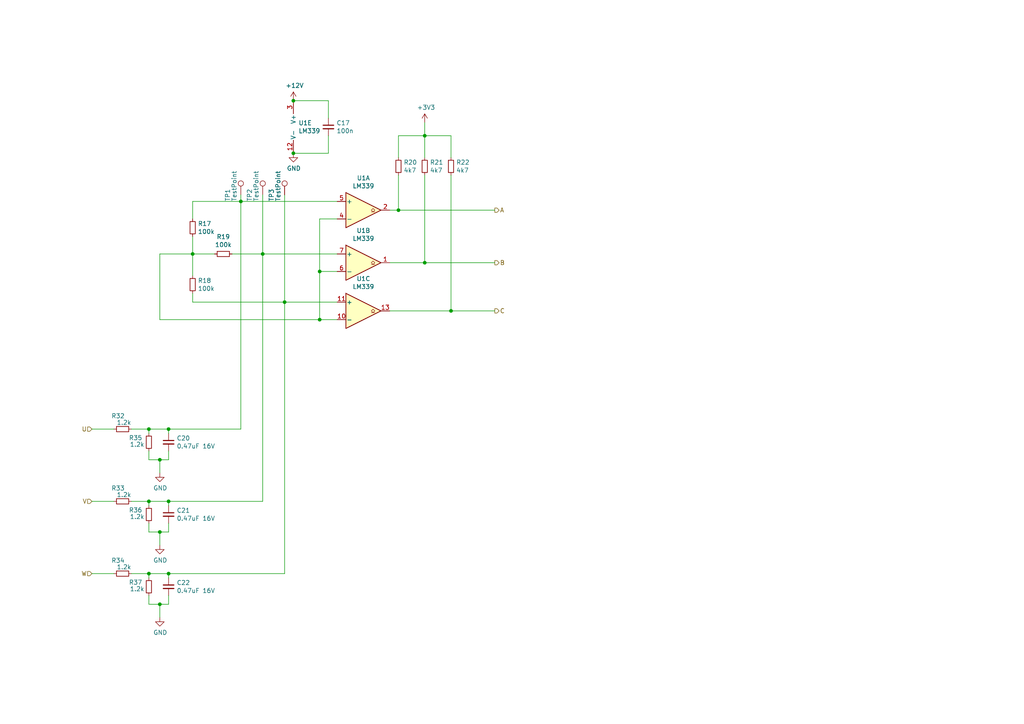
<source format=kicad_sch>
(kicad_sch (version 20211123) (generator eeschema)
  (paper "A4")
  (lib_symbols
    (symbol "Comparator:LM339" (pin_names (offset 0.127))
      (property "Reference" "U" (at 0 5.08 0))
      (property "Value" "LM339" (at 0 -5.08 0))
      (symbol "LM339_1_1"
        (polyline (pts (xy -5.08 5.08) (xy 5.08 0) (xy -5.08 -5.08) (xy -5.08 5.08)) (stroke (width 0.254)) (fill (type background)))
        (polyline (pts (xy 3.302 -0.508) (xy 2.794 -0.508) (xy 3.302 0) (xy 2.794 0.508) (xy 2.286 0) (xy 2.794 -0.508) (xy 2.286 -0.508)) (stroke (width 0.127)))
        (pin open_collector line (at 7.62 0 180) (length 2.54) (name "~") (number "2"))
        (pin input line (at -7.62 -2.54 0) (length 2.54) (name "-") (number "4"))
        (pin input line (at -7.62 2.54 0) (length 2.54) (name "+") (number "5"))
      )
      (symbol "LM339_2_1"
        (polyline (pts (xy -5.08 5.08) (xy 5.08 0) (xy -5.08 -5.08) (xy -5.08 5.08)) (stroke (width 0.254)) (fill (type background)))
        (polyline (pts (xy 3.302 -0.508) (xy 2.794 -0.508) (xy 3.302 0) (xy 2.794 0.508) (xy 2.286 0) (xy 2.794 -0.508) (xy 2.286 -0.508)) (stroke (width 0.127)))
        (pin open_collector line (at 7.62 0 180) (length 2.54) (name "~") (number "1"))
        (pin input line (at -7.62 -2.54 0) (length 2.54) (name "-") (number "6"))
        (pin input line (at -7.62 2.54 0) (length 2.54) (name "+") (number "7"))
      )
      (symbol "LM339_3_1"
        (polyline (pts (xy -5.08 5.08) (xy 5.08 0) (xy -5.08 -5.08) (xy -5.08 5.08)) (stroke (width 0.254)) (fill (type background)))
        (polyline (pts (xy 3.302 -0.508) (xy 2.794 -0.508) (xy 3.302 0) (xy 2.794 0.508) (xy 2.286 0) (xy 2.794 -0.508) (xy 2.286 -0.508)) (stroke (width 0.127)))
        (pin input line (at -7.62 -2.54 0) (length 2.54) (name "-") (number "10"))
        (pin input line (at -7.62 2.54 0) (length 2.54) (name "+") (number "11"))
        (pin open_collector line (at 7.62 0 180) (length 2.54) (name "~") (number "13"))
      )
      (symbol "LM339_4_1"
        (polyline (pts (xy -5.08 5.08) (xy 5.08 0) (xy -5.08 -5.08) (xy -5.08 5.08)) (stroke (width 0.254)) (fill (type background)))
        (polyline (pts (xy 3.302 -0.508) (xy 2.794 -0.508) (xy 3.302 0) (xy 2.794 0.508) (xy 2.286 0) (xy 2.794 -0.508) (xy 2.286 -0.508)) (stroke (width 0.127)))
        (pin open_collector line (at 7.62 0 180) (length 2.54) (name "~") (number "14"))
        (pin input line (at -7.62 -2.54 0) (length 2.54) (name "-") (number "8"))
        (pin input line (at -7.62 2.54 0) (length 2.54) (name "+") (number "9"))
      )
      (symbol "LM339_5_1"
        (pin power_in line (at -2.54 -7.62 90) (length 3.81) (name "V-") (number "12"))
        (pin power_in line (at -2.54 7.62 270) (length 3.81) (name "V+") (number "3"))
      )
    )
    (symbol "Connector:TestPoint" (pin_numbers hide) (pin_names (offset 0.762) hide)
      (property "Reference" "TP" (at 0 6.858 0))
      (property "Value" "TestPoint" (at 0 5.08 0))
      (symbol "TestPoint_0_1"
        (circle (center 0 3.302) (radius 0.762))
      )
      (symbol "TestPoint_1_1"
        (pin passive line (at 0 0 90) (length 2.54) (name "1") (number "1"))
      )
    )
    (symbol "Device:C_Small" (pin_numbers hide) (pin_names (offset 0.254) hide)
      (property "Reference" "C" (at 0.254 1.778 0))
      (property "Value" "C_Small" (at 0.254 -2.032 0))
      (symbol "C_Small_0_1"
        (polyline (pts (xy -1.524 -0.508) (xy 1.524 -0.508)) (stroke (width 0.3302)))
        (polyline (pts (xy -1.524 0.508) (xy 1.524 0.508)) (stroke (width 0.3048)))
      )
      (symbol "C_Small_1_1"
        (pin passive line (at 0 2.54 270) (length 2.032) (name "~") (number "1"))
        (pin passive line (at 0 -2.54 90) (length 2.032) (name "~") (number "2"))
      )
    )
    (symbol "Device:R_Small" (pin_numbers hide) (pin_names (offset 0.254) hide)
      (property "Reference" "R" (at 0.762 0.508 0))
      (property "Value" "R_Small" (at 0.762 -1.016 0))
      (symbol "R_Small_0_1"
        (rectangle (start -0.762 1.778) (end 0.762 -1.778) (stroke (width 0.2032)))
      )
      (symbol "R_Small_1_1"
        (pin passive line (at 0 2.54 270) (length 0.762) (name "~") (number "1"))
        (pin passive line (at 0 -2.54 90) (length 0.762) (name "~") (number "2"))
      )
    )
    (symbol "power:+12V" (power) (pin_names (offset 0))
      (property "Value" "+12V" (at 0 3.556 0))
      (symbol "+12V_0_1"
        (polyline (pts (xy -0.762 1.27) (xy 0 2.54)))
        (polyline (pts (xy 0 0) (xy 0 2.54)))
        (polyline (pts (xy 0 2.54) (xy 0.762 1.27)))
      )
      (symbol "+12V_1_1"
        (pin power_in line (at 0 0 90) (length 0) hide (name "+12V") (number "1"))
      )
    )
    (symbol "power:+3.3V" (power) (pin_names (offset 0))
      (property "Value" "+3.3V" (at 0 3.556 0))
      (symbol "+3.3V_0_1"
        (polyline (pts (xy -0.762 1.27) (xy 0 2.54)))
        (polyline (pts (xy 0 0) (xy 0 2.54)))
        (polyline (pts (xy 0 2.54) (xy 0.762 1.27)))
      )
      (symbol "+3.3V_1_1"
        (pin power_in line (at 0 0 90) (length 0) hide (name "+3V3") (number "1"))
      )
    )
    (symbol "power:GND" (power) (pin_names (offset 0))
      (property "Value" "GND" (at 0 -3.81 0))
      (symbol "GND_0_1"
        (polyline (pts (xy 0 0) (xy 0 -1.27) (xy 1.27 -1.27) (xy 0 -2.54) (xy -1.27 -1.27) (xy 0 -1.27)))
      )
      (symbol "GND_1_1"
        (pin power_in line (at 0 0 270) (length 0) hide (name "GND") (number "1"))
      )
    )
  )
  (junction (at 123.19 39.37))
  (junction (at 69.85 58.42))
  (junction (at 48.895 145.415))
  (junction (at 92.71 92.71))
  (junction (at 115.57 60.96))
  (junction (at 123.19 76.2))
  (junction (at 43.18 124.46))
  (junction (at 82.55 87.63))
  (junction (at 46.355 175.26))
  (junction (at 43.18 166.37))
  (junction (at 85.09 29.21))
  (junction (at 85.09 44.45))
  (junction (at 46.355 154.305))
  (junction (at 48.895 166.37))
  (junction (at 48.895 124.46))
  (junction (at 130.81 90.17))
  (junction (at 92.71 78.74))
  (junction (at 43.18 145.415))
  (junction (at 76.2 73.66))
  (junction (at 55.88 73.66))
  (junction (at 46.355 133.35))
  (wire (pts (xy 123.19 39.37) (xy 123.19 35.56)))
  (wire (pts (xy 97.79 78.74) (xy 92.71 78.74)))
  (wire (pts (xy 46.355 175.26) (xy 46.355 179.07)))
  (wire (pts (xy 43.18 124.46) (xy 48.895 124.46)))
  (wire (pts (xy 69.85 56.515) (xy 69.85 58.42)))
  (wire (pts (xy 43.18 154.305) (xy 43.18 151.765)))
  (wire (pts (xy 48.895 166.37) (xy 82.55 166.37)))
  (wire (pts (xy 76.2 73.66) (xy 97.79 73.66)))
  (wire (pts (xy 46.355 133.35) (xy 46.355 137.16)))
  (wire (pts (xy 130.81 39.37) (xy 123.19 39.37)))
  (wire (pts (xy 46.355 73.66) (xy 46.355 92.71)))
  (wire (pts (xy 115.57 50.8) (xy 115.57 60.96)))
  (wire (pts (xy 62.23 73.66) (xy 55.88 73.66)))
  (wire (pts (xy 123.19 76.2) (xy 143.51 76.2)))
  (wire (pts (xy 55.88 58.42) (xy 69.85 58.42)))
  (wire (pts (xy 55.88 68.58) (xy 55.88 73.66)))
  (wire (pts (xy 113.03 90.17) (xy 130.81 90.17)))
  (wire (pts (xy 48.895 145.415) (xy 76.2 145.415)))
  (wire (pts (xy 43.18 145.415) (xy 48.895 145.415)))
  (wire (pts (xy 43.18 166.37) (xy 43.18 167.64)))
  (wire (pts (xy 26.67 124.46) (xy 33.02 124.46)))
  (wire (pts (xy 46.355 154.305) (xy 43.18 154.305)))
  (wire (pts (xy 46.355 175.26) (xy 43.18 175.26)))
  (wire (pts (xy 38.1 166.37) (xy 43.18 166.37)))
  (wire (pts (xy 48.895 124.46) (xy 69.85 124.46)))
  (wire (pts (xy 43.18 166.37) (xy 48.895 166.37)))
  (wire (pts (xy 123.19 50.8) (xy 123.19 76.2)))
  (wire (pts (xy 48.895 145.415) (xy 48.895 146.685)))
  (wire (pts (xy 69.85 58.42) (xy 69.85 124.46)))
  (wire (pts (xy 48.895 175.26) (xy 46.355 175.26)))
  (wire (pts (xy 92.71 63.5) (xy 92.71 78.74)))
  (wire (pts (xy 85.09 44.45) (xy 95.25 44.45)))
  (wire (pts (xy 48.895 166.37) (xy 48.895 167.64)))
  (wire (pts (xy 92.71 78.74) (xy 92.71 92.71)))
  (wire (pts (xy 123.19 39.37) (xy 115.57 39.37)))
  (wire (pts (xy 82.55 87.63) (xy 55.88 87.63)))
  (wire (pts (xy 55.88 58.42) (xy 55.88 63.5)))
  (wire (pts (xy 48.895 124.46) (xy 48.895 125.73)))
  (wire (pts (xy 130.81 39.37) (xy 130.81 45.72)))
  (wire (pts (xy 85.09 29.21) (xy 95.25 29.21)))
  (wire (pts (xy 26.67 145.415) (xy 33.02 145.415)))
  (wire (pts (xy 82.55 166.37) (xy 82.55 87.63)))
  (wire (pts (xy 46.355 92.71) (xy 92.71 92.71)))
  (wire (pts (xy 48.895 130.81) (xy 48.895 133.35)))
  (wire (pts (xy 76.2 56.515) (xy 76.2 73.66)))
  (wire (pts (xy 43.18 124.46) (xy 43.18 125.73)))
  (wire (pts (xy 38.1 145.415) (xy 43.18 145.415)))
  (wire (pts (xy 69.85 58.42) (xy 97.79 58.42)))
  (wire (pts (xy 123.19 45.72) (xy 123.19 39.37)))
  (wire (pts (xy 55.88 73.66) (xy 46.355 73.66)))
  (wire (pts (xy 95.25 44.45) (xy 95.25 39.37)))
  (wire (pts (xy 43.18 175.26) (xy 43.18 172.72)))
  (wire (pts (xy 97.79 92.71) (xy 92.71 92.71)))
  (wire (pts (xy 82.55 56.515) (xy 82.55 87.63)))
  (wire (pts (xy 67.31 73.66) (xy 76.2 73.66)))
  (wire (pts (xy 76.2 73.66) (xy 76.2 145.415)))
  (wire (pts (xy 46.355 133.35) (xy 43.18 133.35)))
  (wire (pts (xy 43.18 145.415) (xy 43.18 146.685)))
  (wire (pts (xy 48.895 172.72) (xy 48.895 175.26)))
  (wire (pts (xy 130.81 90.17) (xy 143.51 90.17)))
  (wire (pts (xy 113.03 60.96) (xy 115.57 60.96)))
  (wire (pts (xy 97.79 87.63) (xy 82.55 87.63)))
  (wire (pts (xy 38.1 124.46) (xy 43.18 124.46)))
  (wire (pts (xy 97.79 63.5) (xy 92.71 63.5)))
  (wire (pts (xy 48.895 133.35) (xy 46.355 133.35)))
  (wire (pts (xy 113.03 76.2) (xy 123.19 76.2)))
  (wire (pts (xy 115.57 39.37) (xy 115.57 45.72)))
  (wire (pts (xy 43.18 133.35) (xy 43.18 130.81)))
  (wire (pts (xy 26.67 166.37) (xy 33.02 166.37)))
  (wire (pts (xy 48.895 151.765) (xy 48.895 154.305)))
  (wire (pts (xy 46.355 154.305) (xy 46.355 158.115)))
  (wire (pts (xy 115.57 60.96) (xy 143.51 60.96)))
  (wire (pts (xy 95.25 29.21) (xy 95.25 34.29)))
  (wire (pts (xy 55.88 73.66) (xy 55.88 80.01)))
  (wire (pts (xy 48.895 154.305) (xy 46.355 154.305)))
  (wire (pts (xy 130.81 50.8) (xy 130.81 90.17)))
  (wire (pts (xy 55.88 87.63) (xy 55.88 85.09)))
  (hierarchical_label "B" (shape output) (at 143.51 76.2 0))
  (hierarchical_label "U" (shape input) (at 26.67 124.46 180))
  (hierarchical_label "W" (shape input) (at 26.67 166.37 180))
  (hierarchical_label "A" (shape output) (at 143.51 60.96 0))
  (hierarchical_label "V" (shape input) (at 26.67 145.415 180))
  (hierarchical_label "C" (shape output) (at 143.51 90.17 0))
  (symbol (lib_id "Comparator:LM339") (at 105.41 60.96 0) (unit 1)
    (property "Reference" "U1" (at 105.41 51.6382 0))
    (property "Value" "LM339" (at 105.41 53.9496 0))
    (property "Footprint" "Package_SO:SOIC-14_3.9x8.7mm_P1.27mm" (effects hide))
    (property "Datasheet" "https://www.st.com/resource/en/datasheet/lm139.pdf" (effects hide))
  )
  (symbol (lib_id "Comparator:LM339") (at 105.41 76.2 0) (unit 2)
    (property "Reference" "U1" (at 105.41 66.8782 0))
    (property "Value" "LM339" (at 105.41 69.1896 0))
    (property "Footprint" "Package_SO:SOIC-14_3.9x8.7mm_P1.27mm" (effects hide))
    (property "Datasheet" "https://www.st.com/resource/en/datasheet/lm139.pdf" (effects hide))
  )
  (symbol (lib_id "Comparator:LM339") (at 105.41 90.17 0) (unit 3)
    (property "Reference" "U1" (at 105.41 80.8482 0))
    (property "Value" "LM339" (at 105.41 83.1596 0))
    (property "Footprint" "Package_SO:SOIC-14_3.9x8.7mm_P1.27mm" (effects hide))
    (property "Datasheet" "https://www.st.com/resource/en/datasheet/lm139.pdf" (effects hide))
  )
  (symbol (lib_id "Comparator:LM339") (at 87.63 36.83 0) (unit 5)
    (property "Reference" "U1" (at 86.5632 35.6616 0) (effects (justify left)))
    (property "Value" "LM339" (at 86.5632 37.973 0) (effects (justify left)))
    (property "Footprint" "Package_SO:SOIC-14_3.9x8.7mm_P1.27mm" (effects hide))
    (property "Datasheet" "https://www.st.com/resource/en/datasheet/lm139.pdf" (effects hide))
  )
  (symbol (lib_id "Device:R_Small") (at 55.88 66.04 0) (unit 1)
    (property "Reference" "R17" (at 57.3786 64.8716 0) (effects (justify left)))
    (property "Value" "100k" (at 57.3786 67.183 0) (effects (justify left)))
    (property "Footprint" "Resistor_SMD:R_0603_1608Metric_Pad0.98x0.95mm_HandSolder" (effects hide))
  )
  (symbol (lib_id "Device:R_Small") (at 55.88 82.55 0) (unit 1)
    (property "Reference" "R18" (at 57.3786 81.3816 0) (effects (justify left)))
    (property "Value" "100k" (at 57.3786 83.693 0) (effects (justify left)))
    (property "Footprint" "Resistor_SMD:R_0603_1608Metric_Pad0.98x0.95mm_HandSolder" (effects hide))
  )
  (symbol (lib_id "Device:R_Small") (at 64.77 73.66 270) (unit 1)
    (property "Reference" "R19" (at 64.77 68.6816 90))
    (property "Value" "100k" (at 64.77 70.993 90))
    (property "Footprint" "Resistor_SMD:R_0603_1608Metric_Pad0.98x0.95mm_HandSolder" (effects hide))
  )
  (symbol (lib_id "power:+12V") (at 85.09 29.21 0) (unit 1)
    (property "Reference" "#PWR0119" (effects hide))
    (property "Value" "+12V" (at 85.471 24.8158 0))
  )
  (symbol (lib_id "Device:R_Small") (at 115.57 48.26 180) (unit 1)
    (property "Reference" "R20" (at 117.0686 47.0916 0) (effects (justify right)))
    (property "Value" "4k7" (at 117.0686 49.403 0) (effects (justify right)))
    (property "Footprint" "Resistor_SMD:R_0603_1608Metric_Pad0.98x0.95mm_HandSolder" (effects hide))
  )
  (symbol (lib_id "Device:R_Small") (at 123.19 48.26 180) (unit 1)
    (property "Reference" "R21" (at 124.6886 47.0916 0) (effects (justify right)))
    (property "Value" "4k7" (at 124.6886 49.403 0) (effects (justify right)))
    (property "Footprint" "Resistor_SMD:R_0603_1608Metric_Pad0.98x0.95mm_HandSolder" (effects hide))
  )
  (symbol (lib_id "Device:R_Small") (at 130.81 48.26 180) (unit 1)
    (property "Reference" "R22" (at 132.3086 47.0916 0) (effects (justify right)))
    (property "Value" "4k7" (at 132.3086 49.403 0) (effects (justify right)))
    (property "Footprint" "Resistor_SMD:R_0603_1608Metric_Pad0.98x0.95mm_HandSolder" (effects hide))
  )
  (symbol (lib_id "power:+3.3V") (at 123.19 35.56 0) (unit 1)
    (property "Reference" "#PWR0121" (effects hide))
    (property "Value" "+3.3V" (at 123.571 31.1658 0))
  )
  (symbol (lib_id "Device:C_Small") (at 95.25 36.83 0) (unit 1)
    (property "Reference" "C17" (at 97.5868 35.6616 0) (effects (justify left)))
    (property "Value" "100n" (at 97.5868 37.973 0) (effects (justify left)))
    (property "Footprint" "Capacitor_SMD:C_0603_1608Metric_Pad1.08x0.95mm_HandSolder" (effects hide))
  )
  (symbol (lib_id "power:GND") (at 85.09 44.45 0) (unit 1)
    (property "Reference" "#PWR0122" (effects hide))
    (property "Value" "GND" (at 85.217 48.8442 0))
  )
  (symbol (lib_id "Device:R_Small") (at 43.18 128.27 180) (unit 1)
    (property "Reference" "R35" (at 41.275 127 0) (effects (justify left)))
    (property "Value" "1.2k" (at 41.91 128.905 0) (effects (justify left)))
    (property "Footprint" "Resistor_SMD:R_0603_1608Metric_Pad0.98x0.95mm_HandSolder" (effects hide))
  )
  (symbol (lib_id "Device:C_Small") (at 48.895 170.18 0) (unit 1)
    (property "Reference" "C22" (at 51.2318 169.0116 0) (effects (justify left)))
    (property "Value" "0.47uF 16V" (at 51.2318 171.323 0) (effects (justify left)))
    (property "Footprint" "Capacitor_SMD:C_0603_1608Metric_Pad1.08x0.95mm_HandSolder" (effects hide))
  )
  (symbol (lib_id "Connector:TestPoint") (at 76.2 56.515 0) (unit 1)
    (property "Reference" "TP2" (at 72.39 58.42 90) (effects (justify left)))
    (property "Value" "TestPoint" (at 74.295 58.42 90) (effects (justify left)))
    (property "Footprint" "TestPoint:TestPoint_Pad_1.0x1.0mm" (effects hide))
  )
  (symbol (lib_id "Device:R_Small") (at 35.56 124.46 90) (unit 1)
    (property "Reference" "R32" (at 36.195 120.65 90) (effects (justify left)))
    (property "Value" "1.2k" (at 38.1 122.555 90) (effects (justify left)))
    (property "Footprint" "Resistor_SMD:R_0603_1608Metric_Pad0.98x0.95mm_HandSolder" (effects hide))
  )
  (symbol (lib_id "Device:R_Small") (at 35.56 166.37 90) (unit 1)
    (property "Reference" "R34" (at 36.195 162.56 90) (effects (justify left)))
    (property "Value" "1.2k" (at 38.1 164.465 90) (effects (justify left)))
    (property "Footprint" "Resistor_SMD:R_0603_1608Metric_Pad0.98x0.95mm_HandSolder" (effects hide))
  )
  (symbol (lib_id "Device:C_Small") (at 48.895 149.225 0) (unit 1)
    (property "Reference" "C21" (at 51.2318 148.0566 0) (effects (justify left)))
    (property "Value" "0.47uF 16V" (at 51.2318 150.368 0) (effects (justify left)))
    (property "Footprint" "Capacitor_SMD:C_0603_1608Metric_Pad1.08x0.95mm_HandSolder" (effects hide))
  )
  (symbol (lib_id "Device:C_Small") (at 48.895 128.27 0) (unit 1)
    (property "Reference" "C20" (at 51.2318 127.1016 0) (effects (justify left)))
    (property "Value" "0.47uF 16V" (at 51.2318 129.413 0) (effects (justify left)))
    (property "Footprint" "Capacitor_SMD:C_0603_1608Metric_Pad1.08x0.95mm_HandSolder" (effects hide))
  )
  (symbol (lib_id "Connector:TestPoint") (at 69.85 56.515 0) (unit 1)
    (property "Reference" "TP1" (at 66.04 58.42 90) (effects (justify left)))
    (property "Value" "TestPoint" (at 67.945 58.42 90) (effects (justify left)))
    (property "Footprint" "TestPoint:TestPoint_Pad_1.0x1.0mm" (effects hide))
  )
  (symbol (lib_id "power:GND") (at 46.355 179.07 0) (unit 1)
    (property "Reference" "#PWR0126" (effects hide))
    (property "Value" "GND" (at 46.482 183.4642 0))
  )
  (symbol (lib_id "Device:R_Small") (at 43.18 149.225 180) (unit 1)
    (property "Reference" "R36" (at 41.275 147.955 0) (effects (justify left)))
    (property "Value" "1.2k" (at 41.91 149.86 0) (effects (justify left)))
    (property "Footprint" "Resistor_SMD:R_0603_1608Metric_Pad0.98x0.95mm_HandSolder" (effects hide))
  )
  (symbol (lib_id "Device:R_Small") (at 43.18 170.18 180) (unit 1)
    (property "Reference" "R37" (at 41.275 168.91 0) (effects (justify left)))
    (property "Value" "1.2k" (at 41.91 170.815 0) (effects (justify left)))
    (property "Footprint" "Resistor_SMD:R_0603_1608Metric_Pad0.98x0.95mm_HandSolder" (effects hide))
  )
  (symbol (lib_id "power:GND") (at 46.355 137.16 0) (unit 1)
    (property "Reference" "#PWR0128" (effects hide))
    (property "Value" "GND" (at 46.482 141.5542 0))
  )
  (symbol (lib_id "power:GND") (at 46.355 158.115 0) (unit 1)
    (property "Reference" "#PWR0127" (effects hide))
    (property "Value" "GND" (at 46.482 162.5092 0))
  )
  (symbol (lib_id "Connector:TestPoint") (at 82.55 56.515 0) (unit 1)
    (property "Reference" "TP3" (at 78.74 58.42 90) (effects (justify left)))
    (property "Value" "TestPoint" (at 80.645 58.42 90) (effects (justify left)))
    (property "Footprint" "TestPoint:TestPoint_Pad_1.0x1.0mm" (effects hide))
  )
  (symbol (lib_id "Device:R_Small") (at 35.56 145.415 90) (unit 1)
    (property "Reference" "R33" (at 36.195 141.605 90) (effects (justify left)))
    (property "Value" "1.2k" (at 38.1 143.51 90) (effects (justify left)))
    (property "Footprint" "Resistor_SMD:R_0603_1608Metric_Pad0.98x0.95mm_HandSolder" (effects hide))
  )
)
</source>
